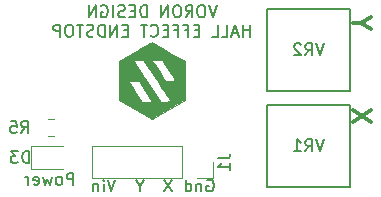
<source format=gbo>
G04 #@! TF.GenerationSoftware,KiCad,Pcbnew,(5.1.9-0-10_14)*
G04 #@! TF.CreationDate,2021-06-22T22:42:15-05:00*
G04 #@! TF.ProjectId,HallEffectXY-Endstop,48616c6c-4566-4666-9563-7458592d456e,A*
G04 #@! TF.SameCoordinates,Original*
G04 #@! TF.FileFunction,Legend,Bot*
G04 #@! TF.FilePolarity,Positive*
%FSLAX46Y46*%
G04 Gerber Fmt 4.6, Leading zero omitted, Abs format (unit mm)*
G04 Created by KiCad (PCBNEW (5.1.9-0-10_14)) date 2021-06-22 22:42:15*
%MOMM*%
%LPD*%
G01*
G04 APERTURE LIST*
%ADD10C,0.150000*%
%ADD11C,0.300000*%
%ADD12C,0.010000*%
%ADD13C,0.120000*%
G04 APERTURE END LIST*
D10*
X147976190Y-94627380D02*
X147642857Y-95627380D01*
X147309523Y-94627380D01*
X146785714Y-94627380D02*
X146595238Y-94627380D01*
X146500000Y-94675000D01*
X146404761Y-94770238D01*
X146357142Y-94960714D01*
X146357142Y-95294047D01*
X146404761Y-95484523D01*
X146500000Y-95579761D01*
X146595238Y-95627380D01*
X146785714Y-95627380D01*
X146880952Y-95579761D01*
X146976190Y-95484523D01*
X147023809Y-95294047D01*
X147023809Y-94960714D01*
X146976190Y-94770238D01*
X146880952Y-94675000D01*
X146785714Y-94627380D01*
X145357142Y-95627380D02*
X145690476Y-95151190D01*
X145928571Y-95627380D02*
X145928571Y-94627380D01*
X145547619Y-94627380D01*
X145452380Y-94675000D01*
X145404761Y-94722619D01*
X145357142Y-94817857D01*
X145357142Y-94960714D01*
X145404761Y-95055952D01*
X145452380Y-95103571D01*
X145547619Y-95151190D01*
X145928571Y-95151190D01*
X144738095Y-94627380D02*
X144547619Y-94627380D01*
X144452380Y-94675000D01*
X144357142Y-94770238D01*
X144309523Y-94960714D01*
X144309523Y-95294047D01*
X144357142Y-95484523D01*
X144452380Y-95579761D01*
X144547619Y-95627380D01*
X144738095Y-95627380D01*
X144833333Y-95579761D01*
X144928571Y-95484523D01*
X144976190Y-95294047D01*
X144976190Y-94960714D01*
X144928571Y-94770238D01*
X144833333Y-94675000D01*
X144738095Y-94627380D01*
X143880952Y-95627380D02*
X143880952Y-94627380D01*
X143309523Y-95627380D01*
X143309523Y-94627380D01*
X142071428Y-95627380D02*
X142071428Y-94627380D01*
X141833333Y-94627380D01*
X141690476Y-94675000D01*
X141595238Y-94770238D01*
X141547619Y-94865476D01*
X141500000Y-95055952D01*
X141500000Y-95198809D01*
X141547619Y-95389285D01*
X141595238Y-95484523D01*
X141690476Y-95579761D01*
X141833333Y-95627380D01*
X142071428Y-95627380D01*
X141071428Y-95103571D02*
X140738095Y-95103571D01*
X140595238Y-95627380D02*
X141071428Y-95627380D01*
X141071428Y-94627380D01*
X140595238Y-94627380D01*
X140214285Y-95579761D02*
X140071428Y-95627380D01*
X139833333Y-95627380D01*
X139738095Y-95579761D01*
X139690476Y-95532142D01*
X139642857Y-95436904D01*
X139642857Y-95341666D01*
X139690476Y-95246428D01*
X139738095Y-95198809D01*
X139833333Y-95151190D01*
X140023809Y-95103571D01*
X140119047Y-95055952D01*
X140166666Y-95008333D01*
X140214285Y-94913095D01*
X140214285Y-94817857D01*
X140166666Y-94722619D01*
X140119047Y-94675000D01*
X140023809Y-94627380D01*
X139785714Y-94627380D01*
X139642857Y-94675000D01*
X139214285Y-95627380D02*
X139214285Y-94627380D01*
X138214285Y-94675000D02*
X138309523Y-94627380D01*
X138452380Y-94627380D01*
X138595238Y-94675000D01*
X138690476Y-94770238D01*
X138738095Y-94865476D01*
X138785714Y-95055952D01*
X138785714Y-95198809D01*
X138738095Y-95389285D01*
X138690476Y-95484523D01*
X138595238Y-95579761D01*
X138452380Y-95627380D01*
X138357142Y-95627380D01*
X138214285Y-95579761D01*
X138166666Y-95532142D01*
X138166666Y-95198809D01*
X138357142Y-95198809D01*
X137738095Y-95627380D02*
X137738095Y-94627380D01*
X137166666Y-95627380D01*
X137166666Y-94627380D01*
X150785714Y-97277380D02*
X150785714Y-96277380D01*
X150785714Y-96753571D02*
X150214285Y-96753571D01*
X150214285Y-97277380D02*
X150214285Y-96277380D01*
X149785714Y-96991666D02*
X149309523Y-96991666D01*
X149880952Y-97277380D02*
X149547619Y-96277380D01*
X149214285Y-97277380D01*
X148404761Y-97277380D02*
X148880952Y-97277380D01*
X148880952Y-96277380D01*
X147595238Y-97277380D02*
X148071428Y-97277380D01*
X148071428Y-96277380D01*
X146500000Y-96753571D02*
X146166666Y-96753571D01*
X146023809Y-97277380D02*
X146500000Y-97277380D01*
X146500000Y-96277380D01*
X146023809Y-96277380D01*
X145261904Y-96753571D02*
X145595238Y-96753571D01*
X145595238Y-97277380D02*
X145595238Y-96277380D01*
X145119047Y-96277380D01*
X144404761Y-96753571D02*
X144738095Y-96753571D01*
X144738095Y-97277380D02*
X144738095Y-96277380D01*
X144261904Y-96277380D01*
X143880952Y-96753571D02*
X143547619Y-96753571D01*
X143404761Y-97277380D02*
X143880952Y-97277380D01*
X143880952Y-96277380D01*
X143404761Y-96277380D01*
X142404761Y-97182142D02*
X142452380Y-97229761D01*
X142595238Y-97277380D01*
X142690476Y-97277380D01*
X142833333Y-97229761D01*
X142928571Y-97134523D01*
X142976190Y-97039285D01*
X143023809Y-96848809D01*
X143023809Y-96705952D01*
X142976190Y-96515476D01*
X142928571Y-96420238D01*
X142833333Y-96325000D01*
X142690476Y-96277380D01*
X142595238Y-96277380D01*
X142452380Y-96325000D01*
X142404761Y-96372619D01*
X142119047Y-96277380D02*
X141547619Y-96277380D01*
X141833333Y-97277380D02*
X141833333Y-96277380D01*
X140452380Y-96753571D02*
X140119047Y-96753571D01*
X139976190Y-97277380D02*
X140452380Y-97277380D01*
X140452380Y-96277380D01*
X139976190Y-96277380D01*
X139547619Y-97277380D02*
X139547619Y-96277380D01*
X138976190Y-97277380D01*
X138976190Y-96277380D01*
X138500000Y-97277380D02*
X138500000Y-96277380D01*
X138261904Y-96277380D01*
X138119047Y-96325000D01*
X138023809Y-96420238D01*
X137976190Y-96515476D01*
X137928571Y-96705952D01*
X137928571Y-96848809D01*
X137976190Y-97039285D01*
X138023809Y-97134523D01*
X138119047Y-97229761D01*
X138261904Y-97277380D01*
X138500000Y-97277380D01*
X137547619Y-97229761D02*
X137404761Y-97277380D01*
X137166666Y-97277380D01*
X137071428Y-97229761D01*
X137023809Y-97182142D01*
X136976190Y-97086904D01*
X136976190Y-96991666D01*
X137023809Y-96896428D01*
X137071428Y-96848809D01*
X137166666Y-96801190D01*
X137357142Y-96753571D01*
X137452380Y-96705952D01*
X137500000Y-96658333D01*
X137547619Y-96563095D01*
X137547619Y-96467857D01*
X137500000Y-96372619D01*
X137452380Y-96325000D01*
X137357142Y-96277380D01*
X137119047Y-96277380D01*
X136976190Y-96325000D01*
X136690476Y-96277380D02*
X136119047Y-96277380D01*
X136404761Y-97277380D02*
X136404761Y-96277380D01*
X135595238Y-96277380D02*
X135404761Y-96277380D01*
X135309523Y-96325000D01*
X135214285Y-96420238D01*
X135166666Y-96610714D01*
X135166666Y-96944047D01*
X135214285Y-97134523D01*
X135309523Y-97229761D01*
X135404761Y-97277380D01*
X135595238Y-97277380D01*
X135690476Y-97229761D01*
X135785714Y-97134523D01*
X135833333Y-96944047D01*
X135833333Y-96610714D01*
X135785714Y-96420238D01*
X135690476Y-96325000D01*
X135595238Y-96277380D01*
X134738095Y-97277380D02*
X134738095Y-96277380D01*
X134357142Y-96277380D01*
X134261904Y-96325000D01*
X134214285Y-96372619D01*
X134166666Y-96467857D01*
X134166666Y-96610714D01*
X134214285Y-96705952D01*
X134261904Y-96753571D01*
X134357142Y-96801190D01*
X134738095Y-96801190D01*
X135850690Y-109825380D02*
X135850690Y-108825380D01*
X135469738Y-108825380D01*
X135374500Y-108873000D01*
X135326880Y-108920619D01*
X135279261Y-109015857D01*
X135279261Y-109158714D01*
X135326880Y-109253952D01*
X135374500Y-109301571D01*
X135469738Y-109349190D01*
X135850690Y-109349190D01*
X134707833Y-109825380D02*
X134803071Y-109777761D01*
X134850690Y-109730142D01*
X134898309Y-109634904D01*
X134898309Y-109349190D01*
X134850690Y-109253952D01*
X134803071Y-109206333D01*
X134707833Y-109158714D01*
X134564976Y-109158714D01*
X134469738Y-109206333D01*
X134422119Y-109253952D01*
X134374500Y-109349190D01*
X134374500Y-109634904D01*
X134422119Y-109730142D01*
X134469738Y-109777761D01*
X134564976Y-109825380D01*
X134707833Y-109825380D01*
X134041166Y-109158714D02*
X133850690Y-109825380D01*
X133660214Y-109349190D01*
X133469738Y-109825380D01*
X133279261Y-109158714D01*
X132517357Y-109777761D02*
X132612595Y-109825380D01*
X132803071Y-109825380D01*
X132898309Y-109777761D01*
X132945928Y-109682523D01*
X132945928Y-109301571D01*
X132898309Y-109206333D01*
X132803071Y-109158714D01*
X132612595Y-109158714D01*
X132517357Y-109206333D01*
X132469738Y-109301571D01*
X132469738Y-109396809D01*
X132945928Y-109492047D01*
X132041166Y-109825380D02*
X132041166Y-109158714D01*
X132041166Y-109349190D02*
X131993547Y-109253952D01*
X131945928Y-109206333D01*
X131850690Y-109158714D01*
X131755452Y-109158714D01*
X147171428Y-109432000D02*
X147266666Y-109384380D01*
X147409523Y-109384380D01*
X147552380Y-109432000D01*
X147647619Y-109527238D01*
X147695238Y-109622476D01*
X147742857Y-109812952D01*
X147742857Y-109955809D01*
X147695238Y-110146285D01*
X147647619Y-110241523D01*
X147552380Y-110336761D01*
X147409523Y-110384380D01*
X147314285Y-110384380D01*
X147171428Y-110336761D01*
X147123809Y-110289142D01*
X147123809Y-109955809D01*
X147314285Y-109955809D01*
X146695238Y-109717714D02*
X146695238Y-110384380D01*
X146695238Y-109812952D02*
X146647619Y-109765333D01*
X146552380Y-109717714D01*
X146409523Y-109717714D01*
X146314285Y-109765333D01*
X146266666Y-109860571D01*
X146266666Y-110384380D01*
X145361904Y-110384380D02*
X145361904Y-109384380D01*
X145361904Y-110336761D02*
X145457142Y-110384380D01*
X145647619Y-110384380D01*
X145742857Y-110336761D01*
X145790476Y-110289142D01*
X145838095Y-110193904D01*
X145838095Y-109908190D01*
X145790476Y-109812952D01*
X145742857Y-109765333D01*
X145647619Y-109717714D01*
X145457142Y-109717714D01*
X145361904Y-109765333D01*
X144219047Y-109384380D02*
X143552380Y-110384380D01*
X143552380Y-109384380D02*
X144219047Y-110384380D01*
X141457142Y-109908190D02*
X141457142Y-110384380D01*
X141790476Y-109384380D02*
X141457142Y-109908190D01*
X141123809Y-109384380D01*
X139409523Y-109384380D02*
X139076190Y-110384380D01*
X138742857Y-109384380D01*
X138409523Y-110384380D02*
X138409523Y-109717714D01*
X138409523Y-109384380D02*
X138457142Y-109432000D01*
X138409523Y-109479619D01*
X138361904Y-109432000D01*
X138409523Y-109384380D01*
X138409523Y-109479619D01*
X137933333Y-109717714D02*
X137933333Y-110384380D01*
X137933333Y-109812952D02*
X137885714Y-109765333D01*
X137790476Y-109717714D01*
X137647619Y-109717714D01*
X137552380Y-109765333D01*
X137504761Y-109860571D01*
X137504761Y-110384380D01*
D11*
X161021428Y-103494000D02*
X159521428Y-104494000D01*
X161021428Y-104494000D02*
X159521428Y-103494000D01*
X160235714Y-96120000D02*
X159521428Y-96120000D01*
X161021428Y-95620000D02*
X160235714Y-96120000D01*
X161021428Y-96620000D01*
D12*
G36*
X145268600Y-102649850D02*
G01*
X145268600Y-99350151D01*
X143879308Y-98549476D01*
X143539339Y-98353815D01*
X143229012Y-98175733D01*
X142958882Y-98021246D01*
X142739505Y-97896370D01*
X142581439Y-97807123D01*
X142495239Y-97759522D01*
X142482308Y-97753230D01*
X142438181Y-97778834D01*
X142316791Y-97849287D01*
X142128745Y-97958434D01*
X141884649Y-98100119D01*
X141595109Y-98268185D01*
X141270731Y-98456475D01*
X141103000Y-98553838D01*
X139877648Y-99265124D01*
X140933666Y-99265124D01*
X140972441Y-99245598D01*
X141090479Y-99230813D01*
X141265467Y-99223109D01*
X141340066Y-99222521D01*
X141763400Y-99223041D01*
X141777821Y-99244924D01*
X142500000Y-99244924D01*
X142546850Y-99234437D01*
X142671616Y-99226500D01*
X142850623Y-99222404D01*
X142919100Y-99222114D01*
X143338200Y-99222228D01*
X143820800Y-99965957D01*
X143985838Y-100220322D01*
X144137963Y-100454834D01*
X144265863Y-100652049D01*
X144358223Y-100794524D01*
X144397288Y-100854844D01*
X144491177Y-101000000D01*
X143629093Y-101000000D01*
X143064546Y-100133924D01*
X142894034Y-99871265D01*
X142744186Y-99638381D01*
X142623286Y-99448317D01*
X142539618Y-99314118D01*
X142501465Y-99248828D01*
X142500000Y-99244924D01*
X141777821Y-99244924D01*
X142906400Y-100957397D01*
X143154036Y-101333568D01*
X143384037Y-101683745D01*
X143590420Y-101998762D01*
X143767202Y-102269449D01*
X143908399Y-102486639D01*
X144008029Y-102641163D01*
X144060108Y-102723852D01*
X144066333Y-102734877D01*
X144027558Y-102754403D01*
X143909520Y-102769188D01*
X143734532Y-102776892D01*
X143659933Y-102777480D01*
X143236600Y-102776960D01*
X142093600Y-101042604D01*
X141845963Y-100666433D01*
X141615962Y-100316256D01*
X141409579Y-100001239D01*
X141232797Y-99730552D01*
X141091600Y-99513362D01*
X140991970Y-99358838D01*
X140939891Y-99276149D01*
X140933666Y-99265124D01*
X139877648Y-99265124D01*
X139731400Y-99350017D01*
X139731400Y-101000000D01*
X140508822Y-101000000D01*
X141370906Y-101000000D01*
X141935453Y-101866077D01*
X142105965Y-102128736D01*
X142255813Y-102361620D01*
X142376713Y-102551684D01*
X142460381Y-102685883D01*
X142498534Y-102751173D01*
X142500000Y-102755077D01*
X142453149Y-102765564D01*
X142328383Y-102773501D01*
X142149376Y-102777597D01*
X142080900Y-102777887D01*
X141661800Y-102777773D01*
X141179200Y-102034044D01*
X141014161Y-101779679D01*
X140862036Y-101545167D01*
X140734136Y-101347952D01*
X140641776Y-101205477D01*
X140602711Y-101145157D01*
X140508822Y-101000000D01*
X139731400Y-101000000D01*
X139731400Y-102649850D01*
X142500000Y-104245448D01*
X145268600Y-102649850D01*
G37*
X145268600Y-102649850D02*
X145268600Y-99350151D01*
X143879308Y-98549476D01*
X143539339Y-98353815D01*
X143229012Y-98175733D01*
X142958882Y-98021246D01*
X142739505Y-97896370D01*
X142581439Y-97807123D01*
X142495239Y-97759522D01*
X142482308Y-97753230D01*
X142438181Y-97778834D01*
X142316791Y-97849287D01*
X142128745Y-97958434D01*
X141884649Y-98100119D01*
X141595109Y-98268185D01*
X141270731Y-98456475D01*
X141103000Y-98553838D01*
X139877648Y-99265124D01*
X140933666Y-99265124D01*
X140972441Y-99245598D01*
X141090479Y-99230813D01*
X141265467Y-99223109D01*
X141340066Y-99222521D01*
X141763400Y-99223041D01*
X141777821Y-99244924D01*
X142500000Y-99244924D01*
X142546850Y-99234437D01*
X142671616Y-99226500D01*
X142850623Y-99222404D01*
X142919100Y-99222114D01*
X143338200Y-99222228D01*
X143820800Y-99965957D01*
X143985838Y-100220322D01*
X144137963Y-100454834D01*
X144265863Y-100652049D01*
X144358223Y-100794524D01*
X144397288Y-100854844D01*
X144491177Y-101000000D01*
X143629093Y-101000000D01*
X143064546Y-100133924D01*
X142894034Y-99871265D01*
X142744186Y-99638381D01*
X142623286Y-99448317D01*
X142539618Y-99314118D01*
X142501465Y-99248828D01*
X142500000Y-99244924D01*
X141777821Y-99244924D01*
X142906400Y-100957397D01*
X143154036Y-101333568D01*
X143384037Y-101683745D01*
X143590420Y-101998762D01*
X143767202Y-102269449D01*
X143908399Y-102486639D01*
X144008029Y-102641163D01*
X144060108Y-102723852D01*
X144066333Y-102734877D01*
X144027558Y-102754403D01*
X143909520Y-102769188D01*
X143734532Y-102776892D01*
X143659933Y-102777480D01*
X143236600Y-102776960D01*
X142093600Y-101042604D01*
X141845963Y-100666433D01*
X141615962Y-100316256D01*
X141409579Y-100001239D01*
X141232797Y-99730552D01*
X141091600Y-99513362D01*
X140991970Y-99358838D01*
X140939891Y-99276149D01*
X140933666Y-99265124D01*
X139877648Y-99265124D01*
X139731400Y-99350017D01*
X139731400Y-101000000D01*
X140508822Y-101000000D01*
X141370906Y-101000000D01*
X141935453Y-101866077D01*
X142105965Y-102128736D01*
X142255813Y-102361620D01*
X142376713Y-102551684D01*
X142460381Y-102685883D01*
X142498534Y-102751173D01*
X142500000Y-102755077D01*
X142453149Y-102765564D01*
X142328383Y-102773501D01*
X142149376Y-102777597D01*
X142080900Y-102777887D01*
X141661800Y-102777773D01*
X141179200Y-102034044D01*
X141014161Y-101779679D01*
X140862036Y-101545167D01*
X140734136Y-101347952D01*
X140641776Y-101205477D01*
X140602711Y-101145157D01*
X140508822Y-101000000D01*
X139731400Y-101000000D01*
X139731400Y-102649850D01*
X142500000Y-104245448D01*
X145268600Y-102649850D01*
D13*
X134196578Y-105701500D02*
X133679422Y-105701500D01*
X134196578Y-104281500D02*
X133679422Y-104281500D01*
X132253000Y-106571500D02*
X134938000Y-106571500D01*
X132253000Y-108491500D02*
X132253000Y-106571500D01*
X134938000Y-108491500D02*
X132253000Y-108491500D01*
D10*
X159254000Y-110034000D02*
X155754000Y-110034000D01*
X159254000Y-103034000D02*
X159254000Y-110034000D01*
X152254000Y-103034000D02*
X159254000Y-103034000D01*
X152254000Y-110034000D02*
X152254000Y-103034000D01*
X155754000Y-110034000D02*
X152254000Y-110034000D01*
X159254000Y-101906000D02*
X155754000Y-101906000D01*
X159254000Y-94906000D02*
X159254000Y-101906000D01*
X152254000Y-94906000D02*
X159254000Y-94906000D01*
X152254000Y-101906000D02*
X152254000Y-94906000D01*
X155754000Y-101906000D02*
X152254000Y-101906000D01*
D13*
X147686000Y-109230000D02*
X147686000Y-107900000D01*
X146356000Y-109230000D02*
X147686000Y-109230000D01*
X145086000Y-109230000D02*
X145086000Y-106570000D01*
X145086000Y-106570000D02*
X137406000Y-106570000D01*
X145086000Y-109230000D02*
X137406000Y-109230000D01*
X137406000Y-109230000D02*
X137406000Y-106570000D01*
D10*
X131437666Y-105443880D02*
X131771000Y-104967690D01*
X132009095Y-105443880D02*
X132009095Y-104443880D01*
X131628142Y-104443880D01*
X131532904Y-104491500D01*
X131485285Y-104539119D01*
X131437666Y-104634357D01*
X131437666Y-104777214D01*
X131485285Y-104872452D01*
X131532904Y-104920071D01*
X131628142Y-104967690D01*
X132009095Y-104967690D01*
X130532904Y-104443880D02*
X131009095Y-104443880D01*
X131056714Y-104920071D01*
X131009095Y-104872452D01*
X130913857Y-104824833D01*
X130675761Y-104824833D01*
X130580523Y-104872452D01*
X130532904Y-104920071D01*
X130485285Y-105015309D01*
X130485285Y-105253404D01*
X130532904Y-105348642D01*
X130580523Y-105396261D01*
X130675761Y-105443880D01*
X130913857Y-105443880D01*
X131009095Y-105396261D01*
X131056714Y-105348642D01*
X132072595Y-107983880D02*
X132072595Y-106983880D01*
X131834500Y-106983880D01*
X131691642Y-107031500D01*
X131596404Y-107126738D01*
X131548785Y-107221976D01*
X131501166Y-107412452D01*
X131501166Y-107555309D01*
X131548785Y-107745785D01*
X131596404Y-107841023D01*
X131691642Y-107936261D01*
X131834500Y-107983880D01*
X132072595Y-107983880D01*
X131167833Y-106983880D02*
X130548785Y-106983880D01*
X130882119Y-107364833D01*
X130739261Y-107364833D01*
X130644023Y-107412452D01*
X130596404Y-107460071D01*
X130548785Y-107555309D01*
X130548785Y-107793404D01*
X130596404Y-107888642D01*
X130644023Y-107936261D01*
X130739261Y-107983880D01*
X131024976Y-107983880D01*
X131120214Y-107936261D01*
X131167833Y-107888642D01*
X157063523Y-105986380D02*
X156730190Y-106986380D01*
X156396857Y-105986380D01*
X155492095Y-106986380D02*
X155825428Y-106510190D01*
X156063523Y-106986380D02*
X156063523Y-105986380D01*
X155682571Y-105986380D01*
X155587333Y-106034000D01*
X155539714Y-106081619D01*
X155492095Y-106176857D01*
X155492095Y-106319714D01*
X155539714Y-106414952D01*
X155587333Y-106462571D01*
X155682571Y-106510190D01*
X156063523Y-106510190D01*
X154539714Y-106986380D02*
X155111142Y-106986380D01*
X154825428Y-106986380D02*
X154825428Y-105986380D01*
X154920666Y-106129238D01*
X155015904Y-106224476D01*
X155111142Y-106272095D01*
X157063523Y-97858380D02*
X156730190Y-98858380D01*
X156396857Y-97858380D01*
X155492095Y-98858380D02*
X155825428Y-98382190D01*
X156063523Y-98858380D02*
X156063523Y-97858380D01*
X155682571Y-97858380D01*
X155587333Y-97906000D01*
X155539714Y-97953619D01*
X155492095Y-98048857D01*
X155492095Y-98191714D01*
X155539714Y-98286952D01*
X155587333Y-98334571D01*
X155682571Y-98382190D01*
X156063523Y-98382190D01*
X155111142Y-97953619D02*
X155063523Y-97906000D01*
X154968285Y-97858380D01*
X154730190Y-97858380D01*
X154634952Y-97906000D01*
X154587333Y-97953619D01*
X154539714Y-98048857D01*
X154539714Y-98144095D01*
X154587333Y-98286952D01*
X155158761Y-98858380D01*
X154539714Y-98858380D01*
X148138380Y-107566666D02*
X148852666Y-107566666D01*
X148995523Y-107519047D01*
X149090761Y-107423809D01*
X149138380Y-107280952D01*
X149138380Y-107185714D01*
X149138380Y-108566666D02*
X149138380Y-107995238D01*
X149138380Y-108280952D02*
X148138380Y-108280952D01*
X148281238Y-108185714D01*
X148376476Y-108090476D01*
X148424095Y-107995238D01*
M02*

</source>
